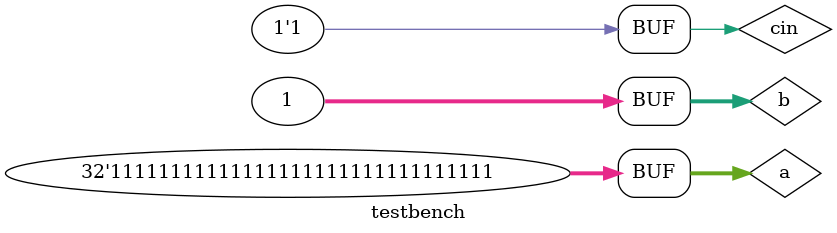
<source format=v>
module DECODER(d0,d1,d2,d3,d4,d5,d6,d7,x,y,z);
	input x,y,z;
	output d0,d1,d2,d3,d4,d5,d6,d7;
	wire x0,y0,z0;
	not n1(x0,x);
	not n2(y0,y);
	not n3(z0,z);
	and a0(d0,x0,y0,z0);
	and a1(d1,x0,y0,z);
	and a2(d2,x0,y,z0);
	and a3(d3,x0,y,z);
	and a4(d4,x,y0,z0);
	and a5(d5,x,y0,z);
	and a6(d6,x,y,z0);
	and a7(d7,x,y,z);
endmodule

module FADDER(s,c,x,y,z);
	input x,y,z;
	wire d0,d1,d2,d3,d4,d5,d6,d7;
	output s,c;
	DECODER dec(d0,d1,d2,d3,d4,d5,d6,d7,x,y,z);
	assign	s=d1|d2|d4|d7,
			c=d3|d5|d6|d7;	
endmodule

// REVERSE THE ARRAY, USE [7:0] AND [6:0] NOT [0:7], [0:6]
// RUN WITH BOTH THEN OBSERVE
// PASS ARRAY FROM MSB TO LSB ORDER IN FUNCTION CALL. THIS CODE WILL REVERSE A AND PROCEED AUTOMATICALLY.

module FADDER_8bit(s,cout,a,b,cin);
	input [7:0] a,b;
	input cin;
	output [7:0] s;
	output cout;
	wire [6:0] c;
	FADDER f0(s[0], c[0], a[0], b[0], cin);
	FADDER f1(s[1], c[1], a[1], b[1], c[0]);
	FADDER f2(s[2], c[2], a[2], b[2], c[1]);
	FADDER f3(s[3], c[3], a[3], b[3], c[2]);
	FADDER f4(s[4], c[4], a[4], b[4], c[3]);
	FADDER f5(s[5], c[5], a[5], b[5], c[4]);
	FADDER f6(s[6], c[6], a[6], b[6], c[5]);
	FADDER f7(s[7], cout, a[7], b[7], c[6]);
endmodule

module FADDER_32bit(s, cout, a, b, cin);
	input [31:0] a,b;
	input cin;
	output [31:0] s;
	output cout;
	wire [2:0] c;
	FADDER_8bit f0(s[7:0], c[0], a[7:0], b[7:0], cin);
	FADDER_8bit f1(s[15:8], c[1], a[15:8], b[15:8], c[0]);
	FADDER_8bit f2(s[23:16], c[2], a[23:16], b[23:16], c[1]);
	FADDER_8bit f3(s[31:24], cout, a[31:24], b[31:24], c[2]);
endmodule

module testbench;
	reg [31:0] a,b;
	reg cin;
	wire [31:0] s;
	wire cout;
	FADDER_32bit f(s,cout,a,b,cin);
	initial
		begin
			$monitor(,$time," a=%b | b=%b | cin=%b | s=%b | cout=%b", a, b, cin, s, cout);
		end
	initial
		begin
			#0 a=32'b00000000000000000000000000000000; b=32'b00000000000000000000000000000000; cin=1'b0;
			#4 a=32'b10000000000000000000000000000000; b=32'b01111111111111111111111111111111; cin=1'b0;
			#4 a=32'b10100000010000000100000100010001; b=32'b00000000000000001000000010000000; cin=1'b1;
			#4 a=32'b00000000000000000000000000000000; b=32'b11111111111111111111111111111111; cin=1'b1;
			#4 a=32'b11111111111111111111111111111111; b=32'b00000000000000000000000000000001; cin=1'b0;
			#4 a=32'b00000000000000000000100000001110; b=32'b00000000000000010000000100000000; cin=1'b0;
			#4 a=32'b11111111111111111111111111111111; b=32'b00000000000000000000000000000001; cin=1'b1;
		end
endmodule
</source>
